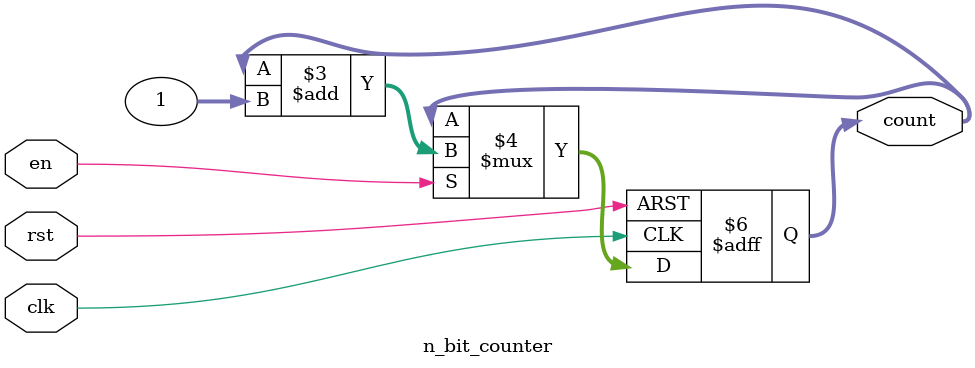
<source format=v>
`timescale 1ns / 1ps


module n_bit_counter #(parameter WIDTH = 32) (
    input clk, // input clock
    input rst, // reset signal
    input en, // enable signal to start counter
    output reg [WIDTH-1:0] count // counter register
    );
    
    // behavior modeling
    always @(posedge clk, negedge rst) begin
        if (!rst) // reset == 0
        count <= 0;
        else if (en)
        count <= count + 1;
    end
        
endmodule

</source>
